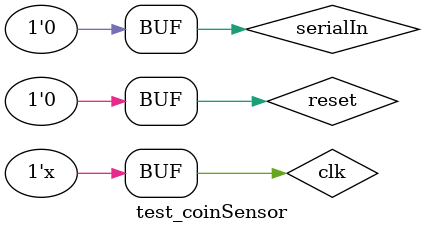
<source format=v>

module test_coinSensor;

	reg clk, reset, serialIn;
	wire penny, nickel, dime, quarter;

	coinSensor c(clk, reset, serialIn, penny, nickel, dime, quarter);

	initial begin
		clk = 1;
		reset = 0;
		#10 serialIn = 0;
		#10 serialIn = 0;
		#10 serialIn = 1;
		#10 serialIn = 0; //PENNY
		#10 serialIn = 0; 
		#10 serialIn = 1; 
		#10 serialIn = 0;
		#10 serialIn = 0;
		#10 serialIn = 0; //NICKEL
		#10 serialIn = 0; 
		#10 serialIn = 1;
		#10 serialIn = 1;
		#10 serialIn = 1;
		#10 serialIn = 0; //DIME
		#10 serialIn = 0;
		#10 serialIn = 1;
		#10 serialIn = 0;
		#10 serialIn = 1;
		#10 serialIn = 0; //QUARTER
		#10 serialIn = 0;
	end

	always begin
		#5 clk = ~clk;
	end

endmodule
</source>
